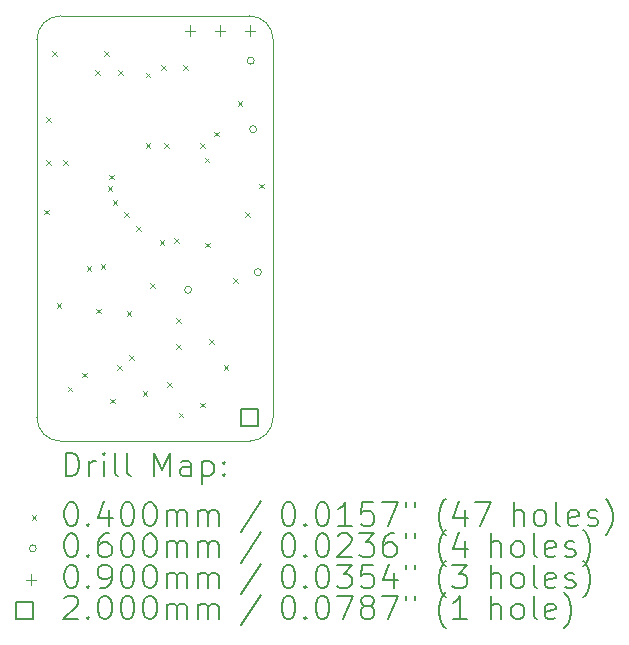
<source format=gbr>
%TF.GenerationSoftware,KiCad,Pcbnew,(7.0.0)*%
%TF.CreationDate,2024-01-17T13:13:25+01:00*%
%TF.ProjectId,LED_poi,4c45445f-706f-4692-9e6b-696361645f70,A*%
%TF.SameCoordinates,Original*%
%TF.FileFunction,Drillmap*%
%TF.FilePolarity,Positive*%
%FSLAX45Y45*%
G04 Gerber Fmt 4.5, Leading zero omitted, Abs format (unit mm)*
G04 Created by KiCad (PCBNEW (7.0.0)) date 2024-01-17 13:13:25*
%MOMM*%
%LPD*%
G01*
G04 APERTURE LIST*
%ADD10C,0.100000*%
%ADD11C,0.200000*%
%ADD12C,0.040000*%
%ADD13C,0.060000*%
%ADD14C,0.090000*%
G04 APERTURE END LIST*
D10*
X8200000Y-8000000D02*
X8200000Y-4800000D01*
X8400000Y-4600000D02*
G75*
G03*
X8200000Y-4800000I0J-200000D01*
G01*
X10200000Y-4800000D02*
G75*
G03*
X10000000Y-4600000I-200000J0D01*
G01*
X10000000Y-8200000D02*
X8400000Y-8200000D01*
X10000000Y-8200000D02*
G75*
G03*
X10200000Y-8000000I0J200000D01*
G01*
X10200000Y-4800000D02*
X10200000Y-8000000D01*
X8400000Y-4600000D02*
X10000000Y-4600000D01*
X8200000Y-8000000D02*
G75*
G03*
X8400000Y-8200000I200000J0D01*
G01*
D11*
D12*
X8260000Y-6240000D02*
X8300000Y-6280000D01*
X8300000Y-6240000D02*
X8260000Y-6280000D01*
X8280000Y-5460000D02*
X8320000Y-5500000D01*
X8320000Y-5460000D02*
X8280000Y-5500000D01*
X8280000Y-5820000D02*
X8320000Y-5860000D01*
X8320000Y-5820000D02*
X8280000Y-5860000D01*
X8330000Y-4900000D02*
X8370000Y-4940000D01*
X8370000Y-4900000D02*
X8330000Y-4940000D01*
X8367140Y-7034950D02*
X8407141Y-7074950D01*
X8407141Y-7034950D02*
X8367140Y-7074950D01*
X8420000Y-5820000D02*
X8460000Y-5860000D01*
X8460000Y-5820000D02*
X8420000Y-5860000D01*
X8460000Y-7740000D02*
X8500000Y-7780000D01*
X8500000Y-7740000D02*
X8460000Y-7780000D01*
X8580000Y-7620000D02*
X8620000Y-7660000D01*
X8620000Y-7620000D02*
X8580000Y-7660000D01*
X8620000Y-6720000D02*
X8660000Y-6760000D01*
X8660000Y-6720000D02*
X8620000Y-6760000D01*
X8695050Y-5060000D02*
X8735050Y-5100000D01*
X8735050Y-5060000D02*
X8695050Y-5100000D01*
X8700000Y-7080000D02*
X8740000Y-7120000D01*
X8740000Y-7080000D02*
X8700000Y-7120000D01*
X8740000Y-6700000D02*
X8780000Y-6740000D01*
X8780000Y-6700000D02*
X8740000Y-6740000D01*
X8769700Y-4900000D02*
X8809700Y-4940000D01*
X8809700Y-4900000D02*
X8769700Y-4940000D01*
X8799510Y-6044225D02*
X8839510Y-6084225D01*
X8839510Y-6044225D02*
X8799510Y-6084225D01*
X8811104Y-5944950D02*
X8851104Y-5984950D01*
X8851104Y-5944950D02*
X8811104Y-5984950D01*
X8820000Y-7840000D02*
X8860000Y-7880000D01*
X8860000Y-7840000D02*
X8820000Y-7880000D01*
X8840000Y-6160000D02*
X8880000Y-6200000D01*
X8880000Y-6160000D02*
X8840000Y-6200000D01*
X8880000Y-7560000D02*
X8920000Y-7600000D01*
X8920000Y-7560000D02*
X8880000Y-7600000D01*
X8884950Y-5060622D02*
X8924950Y-5100622D01*
X8924950Y-5060622D02*
X8884950Y-5100622D01*
X8940000Y-6260000D02*
X8980000Y-6300000D01*
X8980000Y-6260000D02*
X8940000Y-6300000D01*
X8960000Y-7100000D02*
X9000000Y-7140000D01*
X9000000Y-7100000D02*
X8960000Y-7140000D01*
X8980622Y-7475050D02*
X9020622Y-7515050D01*
X9020622Y-7475050D02*
X8980622Y-7515050D01*
X9040000Y-6380000D02*
X9080000Y-6420000D01*
X9080000Y-6380000D02*
X9040000Y-6420000D01*
X9095050Y-7780000D02*
X9135050Y-7820000D01*
X9135050Y-7780000D02*
X9095050Y-7820000D01*
X9120000Y-5080000D02*
X9160000Y-5120000D01*
X9160000Y-5080000D02*
X9120000Y-5120000D01*
X9120000Y-5680000D02*
X9160000Y-5720000D01*
X9160000Y-5680000D02*
X9120000Y-5720000D01*
X9160000Y-6860000D02*
X9200000Y-6900000D01*
X9200000Y-6860000D02*
X9160000Y-6900000D01*
X9240000Y-6500000D02*
X9280000Y-6540000D01*
X9280000Y-6500000D02*
X9240000Y-6540000D01*
X9250000Y-5020000D02*
X9290000Y-5060000D01*
X9290000Y-5020000D02*
X9250000Y-5060000D01*
X9280000Y-5680000D02*
X9320000Y-5720000D01*
X9320000Y-5680000D02*
X9280000Y-5720000D01*
X9300000Y-7700000D02*
X9340000Y-7740000D01*
X9340000Y-7700000D02*
X9300000Y-7740000D01*
X9360000Y-6480000D02*
X9400000Y-6520000D01*
X9400000Y-6480000D02*
X9360000Y-6520000D01*
X9380000Y-7160000D02*
X9420000Y-7200000D01*
X9420000Y-7160000D02*
X9380000Y-7200000D01*
X9380000Y-7380000D02*
X9420000Y-7420000D01*
X9420000Y-7380000D02*
X9380000Y-7420000D01*
X9400000Y-7960000D02*
X9440000Y-8000000D01*
X9440000Y-7960000D02*
X9400000Y-8000000D01*
X9440000Y-5020000D02*
X9480000Y-5060000D01*
X9480000Y-5020000D02*
X9440000Y-5060000D01*
X9580000Y-5680000D02*
X9620000Y-5720000D01*
X9620000Y-5680000D02*
X9580000Y-5720000D01*
X9580622Y-7875050D02*
X9620622Y-7915050D01*
X9620622Y-7875050D02*
X9580622Y-7915050D01*
X9620000Y-5800000D02*
X9660000Y-5840000D01*
X9660000Y-5800000D02*
X9620000Y-5840000D01*
X9624950Y-6519378D02*
X9664950Y-6559378D01*
X9664950Y-6519378D02*
X9624950Y-6559378D01*
X9660000Y-7340000D02*
X9700000Y-7380000D01*
X9700000Y-7340000D02*
X9660000Y-7380000D01*
X9700000Y-5580000D02*
X9740000Y-5620000D01*
X9740000Y-5580000D02*
X9700000Y-5620000D01*
X9780000Y-7560000D02*
X9820000Y-7600000D01*
X9820000Y-7560000D02*
X9780000Y-7600000D01*
X9860000Y-6820000D02*
X9900000Y-6860000D01*
X9900000Y-6820000D02*
X9860000Y-6860000D01*
X9900000Y-5320000D02*
X9940000Y-5360000D01*
X9940000Y-5320000D02*
X9900000Y-5360000D01*
X9960000Y-6260000D02*
X10000000Y-6300000D01*
X10000000Y-6260000D02*
X9960000Y-6300000D01*
X10080000Y-6020000D02*
X10120000Y-6060000D01*
X10120000Y-6020000D02*
X10080000Y-6060000D01*
D13*
X9510000Y-6920000D02*
G75*
G03*
X9510000Y-6920000I-30000J0D01*
G01*
X10040000Y-4980000D02*
G75*
G03*
X10040000Y-4980000I-30000J0D01*
G01*
X10060000Y-5560000D02*
G75*
G03*
X10060000Y-5560000I-30000J0D01*
G01*
X10100000Y-6770000D02*
G75*
G03*
X10100000Y-6770000I-30000J0D01*
G01*
D14*
X9496000Y-4680000D02*
X9496000Y-4770000D01*
X9451000Y-4725000D02*
X9541000Y-4725000D01*
X9750000Y-4680000D02*
X9750000Y-4770000D01*
X9705000Y-4725000D02*
X9795000Y-4725000D01*
X10004000Y-4680000D02*
X10004000Y-4770000D01*
X9959000Y-4725000D02*
X10049000Y-4725000D01*
D11*
X10070711Y-8070711D02*
X10070711Y-7929289D01*
X9929289Y-7929289D01*
X9929289Y-8070711D01*
X10070711Y-8070711D01*
X8442619Y-8498476D02*
X8442619Y-8298476D01*
X8442619Y-8298476D02*
X8490238Y-8298476D01*
X8490238Y-8298476D02*
X8518810Y-8308000D01*
X8518810Y-8308000D02*
X8537857Y-8327048D01*
X8537857Y-8327048D02*
X8547381Y-8346095D01*
X8547381Y-8346095D02*
X8556905Y-8384190D01*
X8556905Y-8384190D02*
X8556905Y-8412762D01*
X8556905Y-8412762D02*
X8547381Y-8450857D01*
X8547381Y-8450857D02*
X8537857Y-8469905D01*
X8537857Y-8469905D02*
X8518810Y-8488952D01*
X8518810Y-8488952D02*
X8490238Y-8498476D01*
X8490238Y-8498476D02*
X8442619Y-8498476D01*
X8642619Y-8498476D02*
X8642619Y-8365143D01*
X8642619Y-8403238D02*
X8652143Y-8384190D01*
X8652143Y-8384190D02*
X8661667Y-8374667D01*
X8661667Y-8374667D02*
X8680714Y-8365143D01*
X8680714Y-8365143D02*
X8699762Y-8365143D01*
X8766429Y-8498476D02*
X8766429Y-8365143D01*
X8766429Y-8298476D02*
X8756905Y-8308000D01*
X8756905Y-8308000D02*
X8766429Y-8317524D01*
X8766429Y-8317524D02*
X8775952Y-8308000D01*
X8775952Y-8308000D02*
X8766429Y-8298476D01*
X8766429Y-8298476D02*
X8766429Y-8317524D01*
X8890238Y-8498476D02*
X8871190Y-8488952D01*
X8871190Y-8488952D02*
X8861667Y-8469905D01*
X8861667Y-8469905D02*
X8861667Y-8298476D01*
X8995000Y-8498476D02*
X8975952Y-8488952D01*
X8975952Y-8488952D02*
X8966429Y-8469905D01*
X8966429Y-8469905D02*
X8966429Y-8298476D01*
X9191190Y-8498476D02*
X9191190Y-8298476D01*
X9191190Y-8298476D02*
X9257857Y-8441333D01*
X9257857Y-8441333D02*
X9324524Y-8298476D01*
X9324524Y-8298476D02*
X9324524Y-8498476D01*
X9505476Y-8498476D02*
X9505476Y-8393714D01*
X9505476Y-8393714D02*
X9495952Y-8374667D01*
X9495952Y-8374667D02*
X9476905Y-8365143D01*
X9476905Y-8365143D02*
X9438809Y-8365143D01*
X9438809Y-8365143D02*
X9419762Y-8374667D01*
X9505476Y-8488952D02*
X9486429Y-8498476D01*
X9486429Y-8498476D02*
X9438809Y-8498476D01*
X9438809Y-8498476D02*
X9419762Y-8488952D01*
X9419762Y-8488952D02*
X9410238Y-8469905D01*
X9410238Y-8469905D02*
X9410238Y-8450857D01*
X9410238Y-8450857D02*
X9419762Y-8431810D01*
X9419762Y-8431810D02*
X9438809Y-8422286D01*
X9438809Y-8422286D02*
X9486429Y-8422286D01*
X9486429Y-8422286D02*
X9505476Y-8412762D01*
X9600714Y-8365143D02*
X9600714Y-8565143D01*
X9600714Y-8374667D02*
X9619762Y-8365143D01*
X9619762Y-8365143D02*
X9657857Y-8365143D01*
X9657857Y-8365143D02*
X9676905Y-8374667D01*
X9676905Y-8374667D02*
X9686429Y-8384190D01*
X9686429Y-8384190D02*
X9695952Y-8403238D01*
X9695952Y-8403238D02*
X9695952Y-8460381D01*
X9695952Y-8460381D02*
X9686429Y-8479429D01*
X9686429Y-8479429D02*
X9676905Y-8488952D01*
X9676905Y-8488952D02*
X9657857Y-8498476D01*
X9657857Y-8498476D02*
X9619762Y-8498476D01*
X9619762Y-8498476D02*
X9600714Y-8488952D01*
X9781667Y-8479429D02*
X9791190Y-8488952D01*
X9791190Y-8488952D02*
X9781667Y-8498476D01*
X9781667Y-8498476D02*
X9772143Y-8488952D01*
X9772143Y-8488952D02*
X9781667Y-8479429D01*
X9781667Y-8479429D02*
X9781667Y-8498476D01*
X9781667Y-8374667D02*
X9791190Y-8384190D01*
X9791190Y-8384190D02*
X9781667Y-8393714D01*
X9781667Y-8393714D02*
X9772143Y-8384190D01*
X9772143Y-8384190D02*
X9781667Y-8374667D01*
X9781667Y-8374667D02*
X9781667Y-8393714D01*
D12*
X8155000Y-8825000D02*
X8195000Y-8865000D01*
X8195000Y-8825000D02*
X8155000Y-8865000D01*
D11*
X8480714Y-8718476D02*
X8499762Y-8718476D01*
X8499762Y-8718476D02*
X8518810Y-8728000D01*
X8518810Y-8728000D02*
X8528333Y-8737524D01*
X8528333Y-8737524D02*
X8537857Y-8756571D01*
X8537857Y-8756571D02*
X8547381Y-8794667D01*
X8547381Y-8794667D02*
X8547381Y-8842286D01*
X8547381Y-8842286D02*
X8537857Y-8880381D01*
X8537857Y-8880381D02*
X8528333Y-8899429D01*
X8528333Y-8899429D02*
X8518810Y-8908952D01*
X8518810Y-8908952D02*
X8499762Y-8918476D01*
X8499762Y-8918476D02*
X8480714Y-8918476D01*
X8480714Y-8918476D02*
X8461667Y-8908952D01*
X8461667Y-8908952D02*
X8452143Y-8899429D01*
X8452143Y-8899429D02*
X8442619Y-8880381D01*
X8442619Y-8880381D02*
X8433095Y-8842286D01*
X8433095Y-8842286D02*
X8433095Y-8794667D01*
X8433095Y-8794667D02*
X8442619Y-8756571D01*
X8442619Y-8756571D02*
X8452143Y-8737524D01*
X8452143Y-8737524D02*
X8461667Y-8728000D01*
X8461667Y-8728000D02*
X8480714Y-8718476D01*
X8633095Y-8899429D02*
X8642619Y-8908952D01*
X8642619Y-8908952D02*
X8633095Y-8918476D01*
X8633095Y-8918476D02*
X8623571Y-8908952D01*
X8623571Y-8908952D02*
X8633095Y-8899429D01*
X8633095Y-8899429D02*
X8633095Y-8918476D01*
X8814048Y-8785143D02*
X8814048Y-8918476D01*
X8766429Y-8708952D02*
X8718810Y-8851810D01*
X8718810Y-8851810D02*
X8842619Y-8851810D01*
X8956905Y-8718476D02*
X8975952Y-8718476D01*
X8975952Y-8718476D02*
X8995000Y-8728000D01*
X8995000Y-8728000D02*
X9004524Y-8737524D01*
X9004524Y-8737524D02*
X9014048Y-8756571D01*
X9014048Y-8756571D02*
X9023571Y-8794667D01*
X9023571Y-8794667D02*
X9023571Y-8842286D01*
X9023571Y-8842286D02*
X9014048Y-8880381D01*
X9014048Y-8880381D02*
X9004524Y-8899429D01*
X9004524Y-8899429D02*
X8995000Y-8908952D01*
X8995000Y-8908952D02*
X8975952Y-8918476D01*
X8975952Y-8918476D02*
X8956905Y-8918476D01*
X8956905Y-8918476D02*
X8937857Y-8908952D01*
X8937857Y-8908952D02*
X8928333Y-8899429D01*
X8928333Y-8899429D02*
X8918810Y-8880381D01*
X8918810Y-8880381D02*
X8909286Y-8842286D01*
X8909286Y-8842286D02*
X8909286Y-8794667D01*
X8909286Y-8794667D02*
X8918810Y-8756571D01*
X8918810Y-8756571D02*
X8928333Y-8737524D01*
X8928333Y-8737524D02*
X8937857Y-8728000D01*
X8937857Y-8728000D02*
X8956905Y-8718476D01*
X9147381Y-8718476D02*
X9166429Y-8718476D01*
X9166429Y-8718476D02*
X9185476Y-8728000D01*
X9185476Y-8728000D02*
X9195000Y-8737524D01*
X9195000Y-8737524D02*
X9204524Y-8756571D01*
X9204524Y-8756571D02*
X9214048Y-8794667D01*
X9214048Y-8794667D02*
X9214048Y-8842286D01*
X9214048Y-8842286D02*
X9204524Y-8880381D01*
X9204524Y-8880381D02*
X9195000Y-8899429D01*
X9195000Y-8899429D02*
X9185476Y-8908952D01*
X9185476Y-8908952D02*
X9166429Y-8918476D01*
X9166429Y-8918476D02*
X9147381Y-8918476D01*
X9147381Y-8918476D02*
X9128333Y-8908952D01*
X9128333Y-8908952D02*
X9118810Y-8899429D01*
X9118810Y-8899429D02*
X9109286Y-8880381D01*
X9109286Y-8880381D02*
X9099762Y-8842286D01*
X9099762Y-8842286D02*
X9099762Y-8794667D01*
X9099762Y-8794667D02*
X9109286Y-8756571D01*
X9109286Y-8756571D02*
X9118810Y-8737524D01*
X9118810Y-8737524D02*
X9128333Y-8728000D01*
X9128333Y-8728000D02*
X9147381Y-8718476D01*
X9299762Y-8918476D02*
X9299762Y-8785143D01*
X9299762Y-8804190D02*
X9309286Y-8794667D01*
X9309286Y-8794667D02*
X9328333Y-8785143D01*
X9328333Y-8785143D02*
X9356905Y-8785143D01*
X9356905Y-8785143D02*
X9375952Y-8794667D01*
X9375952Y-8794667D02*
X9385476Y-8813714D01*
X9385476Y-8813714D02*
X9385476Y-8918476D01*
X9385476Y-8813714D02*
X9395000Y-8794667D01*
X9395000Y-8794667D02*
X9414048Y-8785143D01*
X9414048Y-8785143D02*
X9442619Y-8785143D01*
X9442619Y-8785143D02*
X9461667Y-8794667D01*
X9461667Y-8794667D02*
X9471191Y-8813714D01*
X9471191Y-8813714D02*
X9471191Y-8918476D01*
X9566429Y-8918476D02*
X9566429Y-8785143D01*
X9566429Y-8804190D02*
X9575952Y-8794667D01*
X9575952Y-8794667D02*
X9595000Y-8785143D01*
X9595000Y-8785143D02*
X9623572Y-8785143D01*
X9623572Y-8785143D02*
X9642619Y-8794667D01*
X9642619Y-8794667D02*
X9652143Y-8813714D01*
X9652143Y-8813714D02*
X9652143Y-8918476D01*
X9652143Y-8813714D02*
X9661667Y-8794667D01*
X9661667Y-8794667D02*
X9680714Y-8785143D01*
X9680714Y-8785143D02*
X9709286Y-8785143D01*
X9709286Y-8785143D02*
X9728333Y-8794667D01*
X9728333Y-8794667D02*
X9737857Y-8813714D01*
X9737857Y-8813714D02*
X9737857Y-8918476D01*
X10095952Y-8708952D02*
X9924524Y-8966095D01*
X10320714Y-8718476D02*
X10339762Y-8718476D01*
X10339762Y-8718476D02*
X10358810Y-8728000D01*
X10358810Y-8728000D02*
X10368333Y-8737524D01*
X10368333Y-8737524D02*
X10377857Y-8756571D01*
X10377857Y-8756571D02*
X10387381Y-8794667D01*
X10387381Y-8794667D02*
X10387381Y-8842286D01*
X10387381Y-8842286D02*
X10377857Y-8880381D01*
X10377857Y-8880381D02*
X10368333Y-8899429D01*
X10368333Y-8899429D02*
X10358810Y-8908952D01*
X10358810Y-8908952D02*
X10339762Y-8918476D01*
X10339762Y-8918476D02*
X10320714Y-8918476D01*
X10320714Y-8918476D02*
X10301667Y-8908952D01*
X10301667Y-8908952D02*
X10292143Y-8899429D01*
X10292143Y-8899429D02*
X10282619Y-8880381D01*
X10282619Y-8880381D02*
X10273095Y-8842286D01*
X10273095Y-8842286D02*
X10273095Y-8794667D01*
X10273095Y-8794667D02*
X10282619Y-8756571D01*
X10282619Y-8756571D02*
X10292143Y-8737524D01*
X10292143Y-8737524D02*
X10301667Y-8728000D01*
X10301667Y-8728000D02*
X10320714Y-8718476D01*
X10473095Y-8899429D02*
X10482619Y-8908952D01*
X10482619Y-8908952D02*
X10473095Y-8918476D01*
X10473095Y-8918476D02*
X10463572Y-8908952D01*
X10463572Y-8908952D02*
X10473095Y-8899429D01*
X10473095Y-8899429D02*
X10473095Y-8918476D01*
X10606429Y-8718476D02*
X10625476Y-8718476D01*
X10625476Y-8718476D02*
X10644524Y-8728000D01*
X10644524Y-8728000D02*
X10654048Y-8737524D01*
X10654048Y-8737524D02*
X10663572Y-8756571D01*
X10663572Y-8756571D02*
X10673095Y-8794667D01*
X10673095Y-8794667D02*
X10673095Y-8842286D01*
X10673095Y-8842286D02*
X10663572Y-8880381D01*
X10663572Y-8880381D02*
X10654048Y-8899429D01*
X10654048Y-8899429D02*
X10644524Y-8908952D01*
X10644524Y-8908952D02*
X10625476Y-8918476D01*
X10625476Y-8918476D02*
X10606429Y-8918476D01*
X10606429Y-8918476D02*
X10587381Y-8908952D01*
X10587381Y-8908952D02*
X10577857Y-8899429D01*
X10577857Y-8899429D02*
X10568333Y-8880381D01*
X10568333Y-8880381D02*
X10558810Y-8842286D01*
X10558810Y-8842286D02*
X10558810Y-8794667D01*
X10558810Y-8794667D02*
X10568333Y-8756571D01*
X10568333Y-8756571D02*
X10577857Y-8737524D01*
X10577857Y-8737524D02*
X10587381Y-8728000D01*
X10587381Y-8728000D02*
X10606429Y-8718476D01*
X10863572Y-8918476D02*
X10749286Y-8918476D01*
X10806429Y-8918476D02*
X10806429Y-8718476D01*
X10806429Y-8718476D02*
X10787381Y-8747048D01*
X10787381Y-8747048D02*
X10768333Y-8766095D01*
X10768333Y-8766095D02*
X10749286Y-8775619D01*
X11044524Y-8718476D02*
X10949286Y-8718476D01*
X10949286Y-8718476D02*
X10939762Y-8813714D01*
X10939762Y-8813714D02*
X10949286Y-8804190D01*
X10949286Y-8804190D02*
X10968333Y-8794667D01*
X10968333Y-8794667D02*
X11015953Y-8794667D01*
X11015953Y-8794667D02*
X11035000Y-8804190D01*
X11035000Y-8804190D02*
X11044524Y-8813714D01*
X11044524Y-8813714D02*
X11054048Y-8832762D01*
X11054048Y-8832762D02*
X11054048Y-8880381D01*
X11054048Y-8880381D02*
X11044524Y-8899429D01*
X11044524Y-8899429D02*
X11035000Y-8908952D01*
X11035000Y-8908952D02*
X11015953Y-8918476D01*
X11015953Y-8918476D02*
X10968333Y-8918476D01*
X10968333Y-8918476D02*
X10949286Y-8908952D01*
X10949286Y-8908952D02*
X10939762Y-8899429D01*
X11120714Y-8718476D02*
X11254048Y-8718476D01*
X11254048Y-8718476D02*
X11168333Y-8918476D01*
X11320714Y-8718476D02*
X11320714Y-8756571D01*
X11396905Y-8718476D02*
X11396905Y-8756571D01*
X11659762Y-8994667D02*
X11650238Y-8985143D01*
X11650238Y-8985143D02*
X11631191Y-8956571D01*
X11631191Y-8956571D02*
X11621667Y-8937524D01*
X11621667Y-8937524D02*
X11612143Y-8908952D01*
X11612143Y-8908952D02*
X11602619Y-8861333D01*
X11602619Y-8861333D02*
X11602619Y-8823238D01*
X11602619Y-8823238D02*
X11612143Y-8775619D01*
X11612143Y-8775619D02*
X11621667Y-8747048D01*
X11621667Y-8747048D02*
X11631191Y-8728000D01*
X11631191Y-8728000D02*
X11650238Y-8699429D01*
X11650238Y-8699429D02*
X11659762Y-8689905D01*
X11821667Y-8785143D02*
X11821667Y-8918476D01*
X11774048Y-8708952D02*
X11726429Y-8851810D01*
X11726429Y-8851810D02*
X11850238Y-8851810D01*
X11907381Y-8718476D02*
X12040714Y-8718476D01*
X12040714Y-8718476D02*
X11955000Y-8918476D01*
X12236905Y-8918476D02*
X12236905Y-8718476D01*
X12322619Y-8918476D02*
X12322619Y-8813714D01*
X12322619Y-8813714D02*
X12313095Y-8794667D01*
X12313095Y-8794667D02*
X12294048Y-8785143D01*
X12294048Y-8785143D02*
X12265476Y-8785143D01*
X12265476Y-8785143D02*
X12246429Y-8794667D01*
X12246429Y-8794667D02*
X12236905Y-8804190D01*
X12446429Y-8918476D02*
X12427381Y-8908952D01*
X12427381Y-8908952D02*
X12417857Y-8899429D01*
X12417857Y-8899429D02*
X12408333Y-8880381D01*
X12408333Y-8880381D02*
X12408333Y-8823238D01*
X12408333Y-8823238D02*
X12417857Y-8804190D01*
X12417857Y-8804190D02*
X12427381Y-8794667D01*
X12427381Y-8794667D02*
X12446429Y-8785143D01*
X12446429Y-8785143D02*
X12475000Y-8785143D01*
X12475000Y-8785143D02*
X12494048Y-8794667D01*
X12494048Y-8794667D02*
X12503572Y-8804190D01*
X12503572Y-8804190D02*
X12513095Y-8823238D01*
X12513095Y-8823238D02*
X12513095Y-8880381D01*
X12513095Y-8880381D02*
X12503572Y-8899429D01*
X12503572Y-8899429D02*
X12494048Y-8908952D01*
X12494048Y-8908952D02*
X12475000Y-8918476D01*
X12475000Y-8918476D02*
X12446429Y-8918476D01*
X12627381Y-8918476D02*
X12608333Y-8908952D01*
X12608333Y-8908952D02*
X12598810Y-8889905D01*
X12598810Y-8889905D02*
X12598810Y-8718476D01*
X12779762Y-8908952D02*
X12760714Y-8918476D01*
X12760714Y-8918476D02*
X12722619Y-8918476D01*
X12722619Y-8918476D02*
X12703572Y-8908952D01*
X12703572Y-8908952D02*
X12694048Y-8889905D01*
X12694048Y-8889905D02*
X12694048Y-8813714D01*
X12694048Y-8813714D02*
X12703572Y-8794667D01*
X12703572Y-8794667D02*
X12722619Y-8785143D01*
X12722619Y-8785143D02*
X12760714Y-8785143D01*
X12760714Y-8785143D02*
X12779762Y-8794667D01*
X12779762Y-8794667D02*
X12789286Y-8813714D01*
X12789286Y-8813714D02*
X12789286Y-8832762D01*
X12789286Y-8832762D02*
X12694048Y-8851810D01*
X12865476Y-8908952D02*
X12884524Y-8918476D01*
X12884524Y-8918476D02*
X12922619Y-8918476D01*
X12922619Y-8918476D02*
X12941667Y-8908952D01*
X12941667Y-8908952D02*
X12951191Y-8889905D01*
X12951191Y-8889905D02*
X12951191Y-8880381D01*
X12951191Y-8880381D02*
X12941667Y-8861333D01*
X12941667Y-8861333D02*
X12922619Y-8851810D01*
X12922619Y-8851810D02*
X12894048Y-8851810D01*
X12894048Y-8851810D02*
X12875000Y-8842286D01*
X12875000Y-8842286D02*
X12865476Y-8823238D01*
X12865476Y-8823238D02*
X12865476Y-8813714D01*
X12865476Y-8813714D02*
X12875000Y-8794667D01*
X12875000Y-8794667D02*
X12894048Y-8785143D01*
X12894048Y-8785143D02*
X12922619Y-8785143D01*
X12922619Y-8785143D02*
X12941667Y-8794667D01*
X13017857Y-8994667D02*
X13027381Y-8985143D01*
X13027381Y-8985143D02*
X13046429Y-8956571D01*
X13046429Y-8956571D02*
X13055953Y-8937524D01*
X13055953Y-8937524D02*
X13065476Y-8908952D01*
X13065476Y-8908952D02*
X13075000Y-8861333D01*
X13075000Y-8861333D02*
X13075000Y-8823238D01*
X13075000Y-8823238D02*
X13065476Y-8775619D01*
X13065476Y-8775619D02*
X13055953Y-8747048D01*
X13055953Y-8747048D02*
X13046429Y-8728000D01*
X13046429Y-8728000D02*
X13027381Y-8699429D01*
X13027381Y-8699429D02*
X13017857Y-8689905D01*
D13*
X8195000Y-9109000D02*
G75*
G03*
X8195000Y-9109000I-30000J0D01*
G01*
D11*
X8480714Y-8982476D02*
X8499762Y-8982476D01*
X8499762Y-8982476D02*
X8518810Y-8992000D01*
X8518810Y-8992000D02*
X8528333Y-9001524D01*
X8528333Y-9001524D02*
X8537857Y-9020571D01*
X8537857Y-9020571D02*
X8547381Y-9058667D01*
X8547381Y-9058667D02*
X8547381Y-9106286D01*
X8547381Y-9106286D02*
X8537857Y-9144381D01*
X8537857Y-9144381D02*
X8528333Y-9163429D01*
X8528333Y-9163429D02*
X8518810Y-9172952D01*
X8518810Y-9172952D02*
X8499762Y-9182476D01*
X8499762Y-9182476D02*
X8480714Y-9182476D01*
X8480714Y-9182476D02*
X8461667Y-9172952D01*
X8461667Y-9172952D02*
X8452143Y-9163429D01*
X8452143Y-9163429D02*
X8442619Y-9144381D01*
X8442619Y-9144381D02*
X8433095Y-9106286D01*
X8433095Y-9106286D02*
X8433095Y-9058667D01*
X8433095Y-9058667D02*
X8442619Y-9020571D01*
X8442619Y-9020571D02*
X8452143Y-9001524D01*
X8452143Y-9001524D02*
X8461667Y-8992000D01*
X8461667Y-8992000D02*
X8480714Y-8982476D01*
X8633095Y-9163429D02*
X8642619Y-9172952D01*
X8642619Y-9172952D02*
X8633095Y-9182476D01*
X8633095Y-9182476D02*
X8623571Y-9172952D01*
X8623571Y-9172952D02*
X8633095Y-9163429D01*
X8633095Y-9163429D02*
X8633095Y-9182476D01*
X8814048Y-8982476D02*
X8775952Y-8982476D01*
X8775952Y-8982476D02*
X8756905Y-8992000D01*
X8756905Y-8992000D02*
X8747381Y-9001524D01*
X8747381Y-9001524D02*
X8728333Y-9030095D01*
X8728333Y-9030095D02*
X8718810Y-9068190D01*
X8718810Y-9068190D02*
X8718810Y-9144381D01*
X8718810Y-9144381D02*
X8728333Y-9163429D01*
X8728333Y-9163429D02*
X8737857Y-9172952D01*
X8737857Y-9172952D02*
X8756905Y-9182476D01*
X8756905Y-9182476D02*
X8795000Y-9182476D01*
X8795000Y-9182476D02*
X8814048Y-9172952D01*
X8814048Y-9172952D02*
X8823571Y-9163429D01*
X8823571Y-9163429D02*
X8833095Y-9144381D01*
X8833095Y-9144381D02*
X8833095Y-9096762D01*
X8833095Y-9096762D02*
X8823571Y-9077714D01*
X8823571Y-9077714D02*
X8814048Y-9068190D01*
X8814048Y-9068190D02*
X8795000Y-9058667D01*
X8795000Y-9058667D02*
X8756905Y-9058667D01*
X8756905Y-9058667D02*
X8737857Y-9068190D01*
X8737857Y-9068190D02*
X8728333Y-9077714D01*
X8728333Y-9077714D02*
X8718810Y-9096762D01*
X8956905Y-8982476D02*
X8975952Y-8982476D01*
X8975952Y-8982476D02*
X8995000Y-8992000D01*
X8995000Y-8992000D02*
X9004524Y-9001524D01*
X9004524Y-9001524D02*
X9014048Y-9020571D01*
X9014048Y-9020571D02*
X9023571Y-9058667D01*
X9023571Y-9058667D02*
X9023571Y-9106286D01*
X9023571Y-9106286D02*
X9014048Y-9144381D01*
X9014048Y-9144381D02*
X9004524Y-9163429D01*
X9004524Y-9163429D02*
X8995000Y-9172952D01*
X8995000Y-9172952D02*
X8975952Y-9182476D01*
X8975952Y-9182476D02*
X8956905Y-9182476D01*
X8956905Y-9182476D02*
X8937857Y-9172952D01*
X8937857Y-9172952D02*
X8928333Y-9163429D01*
X8928333Y-9163429D02*
X8918810Y-9144381D01*
X8918810Y-9144381D02*
X8909286Y-9106286D01*
X8909286Y-9106286D02*
X8909286Y-9058667D01*
X8909286Y-9058667D02*
X8918810Y-9020571D01*
X8918810Y-9020571D02*
X8928333Y-9001524D01*
X8928333Y-9001524D02*
X8937857Y-8992000D01*
X8937857Y-8992000D02*
X8956905Y-8982476D01*
X9147381Y-8982476D02*
X9166429Y-8982476D01*
X9166429Y-8982476D02*
X9185476Y-8992000D01*
X9185476Y-8992000D02*
X9195000Y-9001524D01*
X9195000Y-9001524D02*
X9204524Y-9020571D01*
X9204524Y-9020571D02*
X9214048Y-9058667D01*
X9214048Y-9058667D02*
X9214048Y-9106286D01*
X9214048Y-9106286D02*
X9204524Y-9144381D01*
X9204524Y-9144381D02*
X9195000Y-9163429D01*
X9195000Y-9163429D02*
X9185476Y-9172952D01*
X9185476Y-9172952D02*
X9166429Y-9182476D01*
X9166429Y-9182476D02*
X9147381Y-9182476D01*
X9147381Y-9182476D02*
X9128333Y-9172952D01*
X9128333Y-9172952D02*
X9118810Y-9163429D01*
X9118810Y-9163429D02*
X9109286Y-9144381D01*
X9109286Y-9144381D02*
X9099762Y-9106286D01*
X9099762Y-9106286D02*
X9099762Y-9058667D01*
X9099762Y-9058667D02*
X9109286Y-9020571D01*
X9109286Y-9020571D02*
X9118810Y-9001524D01*
X9118810Y-9001524D02*
X9128333Y-8992000D01*
X9128333Y-8992000D02*
X9147381Y-8982476D01*
X9299762Y-9182476D02*
X9299762Y-9049143D01*
X9299762Y-9068190D02*
X9309286Y-9058667D01*
X9309286Y-9058667D02*
X9328333Y-9049143D01*
X9328333Y-9049143D02*
X9356905Y-9049143D01*
X9356905Y-9049143D02*
X9375952Y-9058667D01*
X9375952Y-9058667D02*
X9385476Y-9077714D01*
X9385476Y-9077714D02*
X9385476Y-9182476D01*
X9385476Y-9077714D02*
X9395000Y-9058667D01*
X9395000Y-9058667D02*
X9414048Y-9049143D01*
X9414048Y-9049143D02*
X9442619Y-9049143D01*
X9442619Y-9049143D02*
X9461667Y-9058667D01*
X9461667Y-9058667D02*
X9471191Y-9077714D01*
X9471191Y-9077714D02*
X9471191Y-9182476D01*
X9566429Y-9182476D02*
X9566429Y-9049143D01*
X9566429Y-9068190D02*
X9575952Y-9058667D01*
X9575952Y-9058667D02*
X9595000Y-9049143D01*
X9595000Y-9049143D02*
X9623572Y-9049143D01*
X9623572Y-9049143D02*
X9642619Y-9058667D01*
X9642619Y-9058667D02*
X9652143Y-9077714D01*
X9652143Y-9077714D02*
X9652143Y-9182476D01*
X9652143Y-9077714D02*
X9661667Y-9058667D01*
X9661667Y-9058667D02*
X9680714Y-9049143D01*
X9680714Y-9049143D02*
X9709286Y-9049143D01*
X9709286Y-9049143D02*
X9728333Y-9058667D01*
X9728333Y-9058667D02*
X9737857Y-9077714D01*
X9737857Y-9077714D02*
X9737857Y-9182476D01*
X10095952Y-8972952D02*
X9924524Y-9230095D01*
X10320714Y-8982476D02*
X10339762Y-8982476D01*
X10339762Y-8982476D02*
X10358810Y-8992000D01*
X10358810Y-8992000D02*
X10368333Y-9001524D01*
X10368333Y-9001524D02*
X10377857Y-9020571D01*
X10377857Y-9020571D02*
X10387381Y-9058667D01*
X10387381Y-9058667D02*
X10387381Y-9106286D01*
X10387381Y-9106286D02*
X10377857Y-9144381D01*
X10377857Y-9144381D02*
X10368333Y-9163429D01*
X10368333Y-9163429D02*
X10358810Y-9172952D01*
X10358810Y-9172952D02*
X10339762Y-9182476D01*
X10339762Y-9182476D02*
X10320714Y-9182476D01*
X10320714Y-9182476D02*
X10301667Y-9172952D01*
X10301667Y-9172952D02*
X10292143Y-9163429D01*
X10292143Y-9163429D02*
X10282619Y-9144381D01*
X10282619Y-9144381D02*
X10273095Y-9106286D01*
X10273095Y-9106286D02*
X10273095Y-9058667D01*
X10273095Y-9058667D02*
X10282619Y-9020571D01*
X10282619Y-9020571D02*
X10292143Y-9001524D01*
X10292143Y-9001524D02*
X10301667Y-8992000D01*
X10301667Y-8992000D02*
X10320714Y-8982476D01*
X10473095Y-9163429D02*
X10482619Y-9172952D01*
X10482619Y-9172952D02*
X10473095Y-9182476D01*
X10473095Y-9182476D02*
X10463572Y-9172952D01*
X10463572Y-9172952D02*
X10473095Y-9163429D01*
X10473095Y-9163429D02*
X10473095Y-9182476D01*
X10606429Y-8982476D02*
X10625476Y-8982476D01*
X10625476Y-8982476D02*
X10644524Y-8992000D01*
X10644524Y-8992000D02*
X10654048Y-9001524D01*
X10654048Y-9001524D02*
X10663572Y-9020571D01*
X10663572Y-9020571D02*
X10673095Y-9058667D01*
X10673095Y-9058667D02*
X10673095Y-9106286D01*
X10673095Y-9106286D02*
X10663572Y-9144381D01*
X10663572Y-9144381D02*
X10654048Y-9163429D01*
X10654048Y-9163429D02*
X10644524Y-9172952D01*
X10644524Y-9172952D02*
X10625476Y-9182476D01*
X10625476Y-9182476D02*
X10606429Y-9182476D01*
X10606429Y-9182476D02*
X10587381Y-9172952D01*
X10587381Y-9172952D02*
X10577857Y-9163429D01*
X10577857Y-9163429D02*
X10568333Y-9144381D01*
X10568333Y-9144381D02*
X10558810Y-9106286D01*
X10558810Y-9106286D02*
X10558810Y-9058667D01*
X10558810Y-9058667D02*
X10568333Y-9020571D01*
X10568333Y-9020571D02*
X10577857Y-9001524D01*
X10577857Y-9001524D02*
X10587381Y-8992000D01*
X10587381Y-8992000D02*
X10606429Y-8982476D01*
X10749286Y-9001524D02*
X10758810Y-8992000D01*
X10758810Y-8992000D02*
X10777857Y-8982476D01*
X10777857Y-8982476D02*
X10825476Y-8982476D01*
X10825476Y-8982476D02*
X10844524Y-8992000D01*
X10844524Y-8992000D02*
X10854048Y-9001524D01*
X10854048Y-9001524D02*
X10863572Y-9020571D01*
X10863572Y-9020571D02*
X10863572Y-9039619D01*
X10863572Y-9039619D02*
X10854048Y-9068190D01*
X10854048Y-9068190D02*
X10739762Y-9182476D01*
X10739762Y-9182476D02*
X10863572Y-9182476D01*
X10930238Y-8982476D02*
X11054048Y-8982476D01*
X11054048Y-8982476D02*
X10987381Y-9058667D01*
X10987381Y-9058667D02*
X11015953Y-9058667D01*
X11015953Y-9058667D02*
X11035000Y-9068190D01*
X11035000Y-9068190D02*
X11044524Y-9077714D01*
X11044524Y-9077714D02*
X11054048Y-9096762D01*
X11054048Y-9096762D02*
X11054048Y-9144381D01*
X11054048Y-9144381D02*
X11044524Y-9163429D01*
X11044524Y-9163429D02*
X11035000Y-9172952D01*
X11035000Y-9172952D02*
X11015953Y-9182476D01*
X11015953Y-9182476D02*
X10958810Y-9182476D01*
X10958810Y-9182476D02*
X10939762Y-9172952D01*
X10939762Y-9172952D02*
X10930238Y-9163429D01*
X11225476Y-8982476D02*
X11187381Y-8982476D01*
X11187381Y-8982476D02*
X11168333Y-8992000D01*
X11168333Y-8992000D02*
X11158810Y-9001524D01*
X11158810Y-9001524D02*
X11139762Y-9030095D01*
X11139762Y-9030095D02*
X11130238Y-9068190D01*
X11130238Y-9068190D02*
X11130238Y-9144381D01*
X11130238Y-9144381D02*
X11139762Y-9163429D01*
X11139762Y-9163429D02*
X11149286Y-9172952D01*
X11149286Y-9172952D02*
X11168333Y-9182476D01*
X11168333Y-9182476D02*
X11206429Y-9182476D01*
X11206429Y-9182476D02*
X11225476Y-9172952D01*
X11225476Y-9172952D02*
X11235000Y-9163429D01*
X11235000Y-9163429D02*
X11244524Y-9144381D01*
X11244524Y-9144381D02*
X11244524Y-9096762D01*
X11244524Y-9096762D02*
X11235000Y-9077714D01*
X11235000Y-9077714D02*
X11225476Y-9068190D01*
X11225476Y-9068190D02*
X11206429Y-9058667D01*
X11206429Y-9058667D02*
X11168333Y-9058667D01*
X11168333Y-9058667D02*
X11149286Y-9068190D01*
X11149286Y-9068190D02*
X11139762Y-9077714D01*
X11139762Y-9077714D02*
X11130238Y-9096762D01*
X11320714Y-8982476D02*
X11320714Y-9020571D01*
X11396905Y-8982476D02*
X11396905Y-9020571D01*
X11659762Y-9258667D02*
X11650238Y-9249143D01*
X11650238Y-9249143D02*
X11631191Y-9220571D01*
X11631191Y-9220571D02*
X11621667Y-9201524D01*
X11621667Y-9201524D02*
X11612143Y-9172952D01*
X11612143Y-9172952D02*
X11602619Y-9125333D01*
X11602619Y-9125333D02*
X11602619Y-9087238D01*
X11602619Y-9087238D02*
X11612143Y-9039619D01*
X11612143Y-9039619D02*
X11621667Y-9011048D01*
X11621667Y-9011048D02*
X11631191Y-8992000D01*
X11631191Y-8992000D02*
X11650238Y-8963429D01*
X11650238Y-8963429D02*
X11659762Y-8953905D01*
X11821667Y-9049143D02*
X11821667Y-9182476D01*
X11774048Y-8972952D02*
X11726429Y-9115810D01*
X11726429Y-9115810D02*
X11850238Y-9115810D01*
X12046429Y-9182476D02*
X12046429Y-8982476D01*
X12132143Y-9182476D02*
X12132143Y-9077714D01*
X12132143Y-9077714D02*
X12122619Y-9058667D01*
X12122619Y-9058667D02*
X12103572Y-9049143D01*
X12103572Y-9049143D02*
X12075000Y-9049143D01*
X12075000Y-9049143D02*
X12055952Y-9058667D01*
X12055952Y-9058667D02*
X12046429Y-9068190D01*
X12255952Y-9182476D02*
X12236905Y-9172952D01*
X12236905Y-9172952D02*
X12227381Y-9163429D01*
X12227381Y-9163429D02*
X12217857Y-9144381D01*
X12217857Y-9144381D02*
X12217857Y-9087238D01*
X12217857Y-9087238D02*
X12227381Y-9068190D01*
X12227381Y-9068190D02*
X12236905Y-9058667D01*
X12236905Y-9058667D02*
X12255952Y-9049143D01*
X12255952Y-9049143D02*
X12284524Y-9049143D01*
X12284524Y-9049143D02*
X12303572Y-9058667D01*
X12303572Y-9058667D02*
X12313095Y-9068190D01*
X12313095Y-9068190D02*
X12322619Y-9087238D01*
X12322619Y-9087238D02*
X12322619Y-9144381D01*
X12322619Y-9144381D02*
X12313095Y-9163429D01*
X12313095Y-9163429D02*
X12303572Y-9172952D01*
X12303572Y-9172952D02*
X12284524Y-9182476D01*
X12284524Y-9182476D02*
X12255952Y-9182476D01*
X12436905Y-9182476D02*
X12417857Y-9172952D01*
X12417857Y-9172952D02*
X12408333Y-9153905D01*
X12408333Y-9153905D02*
X12408333Y-8982476D01*
X12589286Y-9172952D02*
X12570238Y-9182476D01*
X12570238Y-9182476D02*
X12532143Y-9182476D01*
X12532143Y-9182476D02*
X12513095Y-9172952D01*
X12513095Y-9172952D02*
X12503572Y-9153905D01*
X12503572Y-9153905D02*
X12503572Y-9077714D01*
X12503572Y-9077714D02*
X12513095Y-9058667D01*
X12513095Y-9058667D02*
X12532143Y-9049143D01*
X12532143Y-9049143D02*
X12570238Y-9049143D01*
X12570238Y-9049143D02*
X12589286Y-9058667D01*
X12589286Y-9058667D02*
X12598810Y-9077714D01*
X12598810Y-9077714D02*
X12598810Y-9096762D01*
X12598810Y-9096762D02*
X12503572Y-9115810D01*
X12675000Y-9172952D02*
X12694048Y-9182476D01*
X12694048Y-9182476D02*
X12732143Y-9182476D01*
X12732143Y-9182476D02*
X12751191Y-9172952D01*
X12751191Y-9172952D02*
X12760714Y-9153905D01*
X12760714Y-9153905D02*
X12760714Y-9144381D01*
X12760714Y-9144381D02*
X12751191Y-9125333D01*
X12751191Y-9125333D02*
X12732143Y-9115810D01*
X12732143Y-9115810D02*
X12703572Y-9115810D01*
X12703572Y-9115810D02*
X12684524Y-9106286D01*
X12684524Y-9106286D02*
X12675000Y-9087238D01*
X12675000Y-9087238D02*
X12675000Y-9077714D01*
X12675000Y-9077714D02*
X12684524Y-9058667D01*
X12684524Y-9058667D02*
X12703572Y-9049143D01*
X12703572Y-9049143D02*
X12732143Y-9049143D01*
X12732143Y-9049143D02*
X12751191Y-9058667D01*
X12827381Y-9258667D02*
X12836905Y-9249143D01*
X12836905Y-9249143D02*
X12855953Y-9220571D01*
X12855953Y-9220571D02*
X12865476Y-9201524D01*
X12865476Y-9201524D02*
X12875000Y-9172952D01*
X12875000Y-9172952D02*
X12884524Y-9125333D01*
X12884524Y-9125333D02*
X12884524Y-9087238D01*
X12884524Y-9087238D02*
X12875000Y-9039619D01*
X12875000Y-9039619D02*
X12865476Y-9011048D01*
X12865476Y-9011048D02*
X12855953Y-8992000D01*
X12855953Y-8992000D02*
X12836905Y-8963429D01*
X12836905Y-8963429D02*
X12827381Y-8953905D01*
D14*
X8150000Y-9328000D02*
X8150000Y-9418000D01*
X8105000Y-9373000D02*
X8195000Y-9373000D01*
D11*
X8480714Y-9246476D02*
X8499762Y-9246476D01*
X8499762Y-9246476D02*
X8518810Y-9256000D01*
X8518810Y-9256000D02*
X8528333Y-9265524D01*
X8528333Y-9265524D02*
X8537857Y-9284571D01*
X8537857Y-9284571D02*
X8547381Y-9322667D01*
X8547381Y-9322667D02*
X8547381Y-9370286D01*
X8547381Y-9370286D02*
X8537857Y-9408381D01*
X8537857Y-9408381D02*
X8528333Y-9427429D01*
X8528333Y-9427429D02*
X8518810Y-9436952D01*
X8518810Y-9436952D02*
X8499762Y-9446476D01*
X8499762Y-9446476D02*
X8480714Y-9446476D01*
X8480714Y-9446476D02*
X8461667Y-9436952D01*
X8461667Y-9436952D02*
X8452143Y-9427429D01*
X8452143Y-9427429D02*
X8442619Y-9408381D01*
X8442619Y-9408381D02*
X8433095Y-9370286D01*
X8433095Y-9370286D02*
X8433095Y-9322667D01*
X8433095Y-9322667D02*
X8442619Y-9284571D01*
X8442619Y-9284571D02*
X8452143Y-9265524D01*
X8452143Y-9265524D02*
X8461667Y-9256000D01*
X8461667Y-9256000D02*
X8480714Y-9246476D01*
X8633095Y-9427429D02*
X8642619Y-9436952D01*
X8642619Y-9436952D02*
X8633095Y-9446476D01*
X8633095Y-9446476D02*
X8623571Y-9436952D01*
X8623571Y-9436952D02*
X8633095Y-9427429D01*
X8633095Y-9427429D02*
X8633095Y-9446476D01*
X8737857Y-9446476D02*
X8775952Y-9446476D01*
X8775952Y-9446476D02*
X8795000Y-9436952D01*
X8795000Y-9436952D02*
X8804524Y-9427429D01*
X8804524Y-9427429D02*
X8823571Y-9398857D01*
X8823571Y-9398857D02*
X8833095Y-9360762D01*
X8833095Y-9360762D02*
X8833095Y-9284571D01*
X8833095Y-9284571D02*
X8823571Y-9265524D01*
X8823571Y-9265524D02*
X8814048Y-9256000D01*
X8814048Y-9256000D02*
X8795000Y-9246476D01*
X8795000Y-9246476D02*
X8756905Y-9246476D01*
X8756905Y-9246476D02*
X8737857Y-9256000D01*
X8737857Y-9256000D02*
X8728333Y-9265524D01*
X8728333Y-9265524D02*
X8718810Y-9284571D01*
X8718810Y-9284571D02*
X8718810Y-9332190D01*
X8718810Y-9332190D02*
X8728333Y-9351238D01*
X8728333Y-9351238D02*
X8737857Y-9360762D01*
X8737857Y-9360762D02*
X8756905Y-9370286D01*
X8756905Y-9370286D02*
X8795000Y-9370286D01*
X8795000Y-9370286D02*
X8814048Y-9360762D01*
X8814048Y-9360762D02*
X8823571Y-9351238D01*
X8823571Y-9351238D02*
X8833095Y-9332190D01*
X8956905Y-9246476D02*
X8975952Y-9246476D01*
X8975952Y-9246476D02*
X8995000Y-9256000D01*
X8995000Y-9256000D02*
X9004524Y-9265524D01*
X9004524Y-9265524D02*
X9014048Y-9284571D01*
X9014048Y-9284571D02*
X9023571Y-9322667D01*
X9023571Y-9322667D02*
X9023571Y-9370286D01*
X9023571Y-9370286D02*
X9014048Y-9408381D01*
X9014048Y-9408381D02*
X9004524Y-9427429D01*
X9004524Y-9427429D02*
X8995000Y-9436952D01*
X8995000Y-9436952D02*
X8975952Y-9446476D01*
X8975952Y-9446476D02*
X8956905Y-9446476D01*
X8956905Y-9446476D02*
X8937857Y-9436952D01*
X8937857Y-9436952D02*
X8928333Y-9427429D01*
X8928333Y-9427429D02*
X8918810Y-9408381D01*
X8918810Y-9408381D02*
X8909286Y-9370286D01*
X8909286Y-9370286D02*
X8909286Y-9322667D01*
X8909286Y-9322667D02*
X8918810Y-9284571D01*
X8918810Y-9284571D02*
X8928333Y-9265524D01*
X8928333Y-9265524D02*
X8937857Y-9256000D01*
X8937857Y-9256000D02*
X8956905Y-9246476D01*
X9147381Y-9246476D02*
X9166429Y-9246476D01*
X9166429Y-9246476D02*
X9185476Y-9256000D01*
X9185476Y-9256000D02*
X9195000Y-9265524D01*
X9195000Y-9265524D02*
X9204524Y-9284571D01*
X9204524Y-9284571D02*
X9214048Y-9322667D01*
X9214048Y-9322667D02*
X9214048Y-9370286D01*
X9214048Y-9370286D02*
X9204524Y-9408381D01*
X9204524Y-9408381D02*
X9195000Y-9427429D01*
X9195000Y-9427429D02*
X9185476Y-9436952D01*
X9185476Y-9436952D02*
X9166429Y-9446476D01*
X9166429Y-9446476D02*
X9147381Y-9446476D01*
X9147381Y-9446476D02*
X9128333Y-9436952D01*
X9128333Y-9436952D02*
X9118810Y-9427429D01*
X9118810Y-9427429D02*
X9109286Y-9408381D01*
X9109286Y-9408381D02*
X9099762Y-9370286D01*
X9099762Y-9370286D02*
X9099762Y-9322667D01*
X9099762Y-9322667D02*
X9109286Y-9284571D01*
X9109286Y-9284571D02*
X9118810Y-9265524D01*
X9118810Y-9265524D02*
X9128333Y-9256000D01*
X9128333Y-9256000D02*
X9147381Y-9246476D01*
X9299762Y-9446476D02*
X9299762Y-9313143D01*
X9299762Y-9332190D02*
X9309286Y-9322667D01*
X9309286Y-9322667D02*
X9328333Y-9313143D01*
X9328333Y-9313143D02*
X9356905Y-9313143D01*
X9356905Y-9313143D02*
X9375952Y-9322667D01*
X9375952Y-9322667D02*
X9385476Y-9341714D01*
X9385476Y-9341714D02*
X9385476Y-9446476D01*
X9385476Y-9341714D02*
X9395000Y-9322667D01*
X9395000Y-9322667D02*
X9414048Y-9313143D01*
X9414048Y-9313143D02*
X9442619Y-9313143D01*
X9442619Y-9313143D02*
X9461667Y-9322667D01*
X9461667Y-9322667D02*
X9471191Y-9341714D01*
X9471191Y-9341714D02*
X9471191Y-9446476D01*
X9566429Y-9446476D02*
X9566429Y-9313143D01*
X9566429Y-9332190D02*
X9575952Y-9322667D01*
X9575952Y-9322667D02*
X9595000Y-9313143D01*
X9595000Y-9313143D02*
X9623572Y-9313143D01*
X9623572Y-9313143D02*
X9642619Y-9322667D01*
X9642619Y-9322667D02*
X9652143Y-9341714D01*
X9652143Y-9341714D02*
X9652143Y-9446476D01*
X9652143Y-9341714D02*
X9661667Y-9322667D01*
X9661667Y-9322667D02*
X9680714Y-9313143D01*
X9680714Y-9313143D02*
X9709286Y-9313143D01*
X9709286Y-9313143D02*
X9728333Y-9322667D01*
X9728333Y-9322667D02*
X9737857Y-9341714D01*
X9737857Y-9341714D02*
X9737857Y-9446476D01*
X10095952Y-9236952D02*
X9924524Y-9494095D01*
X10320714Y-9246476D02*
X10339762Y-9246476D01*
X10339762Y-9246476D02*
X10358810Y-9256000D01*
X10358810Y-9256000D02*
X10368333Y-9265524D01*
X10368333Y-9265524D02*
X10377857Y-9284571D01*
X10377857Y-9284571D02*
X10387381Y-9322667D01*
X10387381Y-9322667D02*
X10387381Y-9370286D01*
X10387381Y-9370286D02*
X10377857Y-9408381D01*
X10377857Y-9408381D02*
X10368333Y-9427429D01*
X10368333Y-9427429D02*
X10358810Y-9436952D01*
X10358810Y-9436952D02*
X10339762Y-9446476D01*
X10339762Y-9446476D02*
X10320714Y-9446476D01*
X10320714Y-9446476D02*
X10301667Y-9436952D01*
X10301667Y-9436952D02*
X10292143Y-9427429D01*
X10292143Y-9427429D02*
X10282619Y-9408381D01*
X10282619Y-9408381D02*
X10273095Y-9370286D01*
X10273095Y-9370286D02*
X10273095Y-9322667D01*
X10273095Y-9322667D02*
X10282619Y-9284571D01*
X10282619Y-9284571D02*
X10292143Y-9265524D01*
X10292143Y-9265524D02*
X10301667Y-9256000D01*
X10301667Y-9256000D02*
X10320714Y-9246476D01*
X10473095Y-9427429D02*
X10482619Y-9436952D01*
X10482619Y-9436952D02*
X10473095Y-9446476D01*
X10473095Y-9446476D02*
X10463572Y-9436952D01*
X10463572Y-9436952D02*
X10473095Y-9427429D01*
X10473095Y-9427429D02*
X10473095Y-9446476D01*
X10606429Y-9246476D02*
X10625476Y-9246476D01*
X10625476Y-9246476D02*
X10644524Y-9256000D01*
X10644524Y-9256000D02*
X10654048Y-9265524D01*
X10654048Y-9265524D02*
X10663572Y-9284571D01*
X10663572Y-9284571D02*
X10673095Y-9322667D01*
X10673095Y-9322667D02*
X10673095Y-9370286D01*
X10673095Y-9370286D02*
X10663572Y-9408381D01*
X10663572Y-9408381D02*
X10654048Y-9427429D01*
X10654048Y-9427429D02*
X10644524Y-9436952D01*
X10644524Y-9436952D02*
X10625476Y-9446476D01*
X10625476Y-9446476D02*
X10606429Y-9446476D01*
X10606429Y-9446476D02*
X10587381Y-9436952D01*
X10587381Y-9436952D02*
X10577857Y-9427429D01*
X10577857Y-9427429D02*
X10568333Y-9408381D01*
X10568333Y-9408381D02*
X10558810Y-9370286D01*
X10558810Y-9370286D02*
X10558810Y-9322667D01*
X10558810Y-9322667D02*
X10568333Y-9284571D01*
X10568333Y-9284571D02*
X10577857Y-9265524D01*
X10577857Y-9265524D02*
X10587381Y-9256000D01*
X10587381Y-9256000D02*
X10606429Y-9246476D01*
X10739762Y-9246476D02*
X10863572Y-9246476D01*
X10863572Y-9246476D02*
X10796905Y-9322667D01*
X10796905Y-9322667D02*
X10825476Y-9322667D01*
X10825476Y-9322667D02*
X10844524Y-9332190D01*
X10844524Y-9332190D02*
X10854048Y-9341714D01*
X10854048Y-9341714D02*
X10863572Y-9360762D01*
X10863572Y-9360762D02*
X10863572Y-9408381D01*
X10863572Y-9408381D02*
X10854048Y-9427429D01*
X10854048Y-9427429D02*
X10844524Y-9436952D01*
X10844524Y-9436952D02*
X10825476Y-9446476D01*
X10825476Y-9446476D02*
X10768333Y-9446476D01*
X10768333Y-9446476D02*
X10749286Y-9436952D01*
X10749286Y-9436952D02*
X10739762Y-9427429D01*
X11044524Y-9246476D02*
X10949286Y-9246476D01*
X10949286Y-9246476D02*
X10939762Y-9341714D01*
X10939762Y-9341714D02*
X10949286Y-9332190D01*
X10949286Y-9332190D02*
X10968333Y-9322667D01*
X10968333Y-9322667D02*
X11015953Y-9322667D01*
X11015953Y-9322667D02*
X11035000Y-9332190D01*
X11035000Y-9332190D02*
X11044524Y-9341714D01*
X11044524Y-9341714D02*
X11054048Y-9360762D01*
X11054048Y-9360762D02*
X11054048Y-9408381D01*
X11054048Y-9408381D02*
X11044524Y-9427429D01*
X11044524Y-9427429D02*
X11035000Y-9436952D01*
X11035000Y-9436952D02*
X11015953Y-9446476D01*
X11015953Y-9446476D02*
X10968333Y-9446476D01*
X10968333Y-9446476D02*
X10949286Y-9436952D01*
X10949286Y-9436952D02*
X10939762Y-9427429D01*
X11225476Y-9313143D02*
X11225476Y-9446476D01*
X11177857Y-9236952D02*
X11130238Y-9379810D01*
X11130238Y-9379810D02*
X11254048Y-9379810D01*
X11320714Y-9246476D02*
X11320714Y-9284571D01*
X11396905Y-9246476D02*
X11396905Y-9284571D01*
X11659762Y-9522667D02*
X11650238Y-9513143D01*
X11650238Y-9513143D02*
X11631191Y-9484571D01*
X11631191Y-9484571D02*
X11621667Y-9465524D01*
X11621667Y-9465524D02*
X11612143Y-9436952D01*
X11612143Y-9436952D02*
X11602619Y-9389333D01*
X11602619Y-9389333D02*
X11602619Y-9351238D01*
X11602619Y-9351238D02*
X11612143Y-9303619D01*
X11612143Y-9303619D02*
X11621667Y-9275048D01*
X11621667Y-9275048D02*
X11631191Y-9256000D01*
X11631191Y-9256000D02*
X11650238Y-9227429D01*
X11650238Y-9227429D02*
X11659762Y-9217905D01*
X11716905Y-9246476D02*
X11840714Y-9246476D01*
X11840714Y-9246476D02*
X11774048Y-9322667D01*
X11774048Y-9322667D02*
X11802619Y-9322667D01*
X11802619Y-9322667D02*
X11821667Y-9332190D01*
X11821667Y-9332190D02*
X11831191Y-9341714D01*
X11831191Y-9341714D02*
X11840714Y-9360762D01*
X11840714Y-9360762D02*
X11840714Y-9408381D01*
X11840714Y-9408381D02*
X11831191Y-9427429D01*
X11831191Y-9427429D02*
X11821667Y-9436952D01*
X11821667Y-9436952D02*
X11802619Y-9446476D01*
X11802619Y-9446476D02*
X11745476Y-9446476D01*
X11745476Y-9446476D02*
X11726429Y-9436952D01*
X11726429Y-9436952D02*
X11716905Y-9427429D01*
X12046429Y-9446476D02*
X12046429Y-9246476D01*
X12132143Y-9446476D02*
X12132143Y-9341714D01*
X12132143Y-9341714D02*
X12122619Y-9322667D01*
X12122619Y-9322667D02*
X12103572Y-9313143D01*
X12103572Y-9313143D02*
X12075000Y-9313143D01*
X12075000Y-9313143D02*
X12055952Y-9322667D01*
X12055952Y-9322667D02*
X12046429Y-9332190D01*
X12255952Y-9446476D02*
X12236905Y-9436952D01*
X12236905Y-9436952D02*
X12227381Y-9427429D01*
X12227381Y-9427429D02*
X12217857Y-9408381D01*
X12217857Y-9408381D02*
X12217857Y-9351238D01*
X12217857Y-9351238D02*
X12227381Y-9332190D01*
X12227381Y-9332190D02*
X12236905Y-9322667D01*
X12236905Y-9322667D02*
X12255952Y-9313143D01*
X12255952Y-9313143D02*
X12284524Y-9313143D01*
X12284524Y-9313143D02*
X12303572Y-9322667D01*
X12303572Y-9322667D02*
X12313095Y-9332190D01*
X12313095Y-9332190D02*
X12322619Y-9351238D01*
X12322619Y-9351238D02*
X12322619Y-9408381D01*
X12322619Y-9408381D02*
X12313095Y-9427429D01*
X12313095Y-9427429D02*
X12303572Y-9436952D01*
X12303572Y-9436952D02*
X12284524Y-9446476D01*
X12284524Y-9446476D02*
X12255952Y-9446476D01*
X12436905Y-9446476D02*
X12417857Y-9436952D01*
X12417857Y-9436952D02*
X12408333Y-9417905D01*
X12408333Y-9417905D02*
X12408333Y-9246476D01*
X12589286Y-9436952D02*
X12570238Y-9446476D01*
X12570238Y-9446476D02*
X12532143Y-9446476D01*
X12532143Y-9446476D02*
X12513095Y-9436952D01*
X12513095Y-9436952D02*
X12503572Y-9417905D01*
X12503572Y-9417905D02*
X12503572Y-9341714D01*
X12503572Y-9341714D02*
X12513095Y-9322667D01*
X12513095Y-9322667D02*
X12532143Y-9313143D01*
X12532143Y-9313143D02*
X12570238Y-9313143D01*
X12570238Y-9313143D02*
X12589286Y-9322667D01*
X12589286Y-9322667D02*
X12598810Y-9341714D01*
X12598810Y-9341714D02*
X12598810Y-9360762D01*
X12598810Y-9360762D02*
X12503572Y-9379810D01*
X12675000Y-9436952D02*
X12694048Y-9446476D01*
X12694048Y-9446476D02*
X12732143Y-9446476D01*
X12732143Y-9446476D02*
X12751191Y-9436952D01*
X12751191Y-9436952D02*
X12760714Y-9417905D01*
X12760714Y-9417905D02*
X12760714Y-9408381D01*
X12760714Y-9408381D02*
X12751191Y-9389333D01*
X12751191Y-9389333D02*
X12732143Y-9379810D01*
X12732143Y-9379810D02*
X12703572Y-9379810D01*
X12703572Y-9379810D02*
X12684524Y-9370286D01*
X12684524Y-9370286D02*
X12675000Y-9351238D01*
X12675000Y-9351238D02*
X12675000Y-9341714D01*
X12675000Y-9341714D02*
X12684524Y-9322667D01*
X12684524Y-9322667D02*
X12703572Y-9313143D01*
X12703572Y-9313143D02*
X12732143Y-9313143D01*
X12732143Y-9313143D02*
X12751191Y-9322667D01*
X12827381Y-9522667D02*
X12836905Y-9513143D01*
X12836905Y-9513143D02*
X12855953Y-9484571D01*
X12855953Y-9484571D02*
X12865476Y-9465524D01*
X12865476Y-9465524D02*
X12875000Y-9436952D01*
X12875000Y-9436952D02*
X12884524Y-9389333D01*
X12884524Y-9389333D02*
X12884524Y-9351238D01*
X12884524Y-9351238D02*
X12875000Y-9303619D01*
X12875000Y-9303619D02*
X12865476Y-9275048D01*
X12865476Y-9275048D02*
X12855953Y-9256000D01*
X12855953Y-9256000D02*
X12836905Y-9227429D01*
X12836905Y-9227429D02*
X12827381Y-9217905D01*
X8165711Y-9707711D02*
X8165711Y-9566289D01*
X8024289Y-9566289D01*
X8024289Y-9707711D01*
X8165711Y-9707711D01*
X8433095Y-9529524D02*
X8442619Y-9520000D01*
X8442619Y-9520000D02*
X8461667Y-9510476D01*
X8461667Y-9510476D02*
X8509286Y-9510476D01*
X8509286Y-9510476D02*
X8528333Y-9520000D01*
X8528333Y-9520000D02*
X8537857Y-9529524D01*
X8537857Y-9529524D02*
X8547381Y-9548571D01*
X8547381Y-9548571D02*
X8547381Y-9567619D01*
X8547381Y-9567619D02*
X8537857Y-9596190D01*
X8537857Y-9596190D02*
X8423571Y-9710476D01*
X8423571Y-9710476D02*
X8547381Y-9710476D01*
X8633095Y-9691429D02*
X8642619Y-9700952D01*
X8642619Y-9700952D02*
X8633095Y-9710476D01*
X8633095Y-9710476D02*
X8623571Y-9700952D01*
X8623571Y-9700952D02*
X8633095Y-9691429D01*
X8633095Y-9691429D02*
X8633095Y-9710476D01*
X8766429Y-9510476D02*
X8785476Y-9510476D01*
X8785476Y-9510476D02*
X8804524Y-9520000D01*
X8804524Y-9520000D02*
X8814048Y-9529524D01*
X8814048Y-9529524D02*
X8823571Y-9548571D01*
X8823571Y-9548571D02*
X8833095Y-9586667D01*
X8833095Y-9586667D02*
X8833095Y-9634286D01*
X8833095Y-9634286D02*
X8823571Y-9672381D01*
X8823571Y-9672381D02*
X8814048Y-9691429D01*
X8814048Y-9691429D02*
X8804524Y-9700952D01*
X8804524Y-9700952D02*
X8785476Y-9710476D01*
X8785476Y-9710476D02*
X8766429Y-9710476D01*
X8766429Y-9710476D02*
X8747381Y-9700952D01*
X8747381Y-9700952D02*
X8737857Y-9691429D01*
X8737857Y-9691429D02*
X8728333Y-9672381D01*
X8728333Y-9672381D02*
X8718810Y-9634286D01*
X8718810Y-9634286D02*
X8718810Y-9586667D01*
X8718810Y-9586667D02*
X8728333Y-9548571D01*
X8728333Y-9548571D02*
X8737857Y-9529524D01*
X8737857Y-9529524D02*
X8747381Y-9520000D01*
X8747381Y-9520000D02*
X8766429Y-9510476D01*
X8956905Y-9510476D02*
X8975952Y-9510476D01*
X8975952Y-9510476D02*
X8995000Y-9520000D01*
X8995000Y-9520000D02*
X9004524Y-9529524D01*
X9004524Y-9529524D02*
X9014048Y-9548571D01*
X9014048Y-9548571D02*
X9023571Y-9586667D01*
X9023571Y-9586667D02*
X9023571Y-9634286D01*
X9023571Y-9634286D02*
X9014048Y-9672381D01*
X9014048Y-9672381D02*
X9004524Y-9691429D01*
X9004524Y-9691429D02*
X8995000Y-9700952D01*
X8995000Y-9700952D02*
X8975952Y-9710476D01*
X8975952Y-9710476D02*
X8956905Y-9710476D01*
X8956905Y-9710476D02*
X8937857Y-9700952D01*
X8937857Y-9700952D02*
X8928333Y-9691429D01*
X8928333Y-9691429D02*
X8918810Y-9672381D01*
X8918810Y-9672381D02*
X8909286Y-9634286D01*
X8909286Y-9634286D02*
X8909286Y-9586667D01*
X8909286Y-9586667D02*
X8918810Y-9548571D01*
X8918810Y-9548571D02*
X8928333Y-9529524D01*
X8928333Y-9529524D02*
X8937857Y-9520000D01*
X8937857Y-9520000D02*
X8956905Y-9510476D01*
X9147381Y-9510476D02*
X9166429Y-9510476D01*
X9166429Y-9510476D02*
X9185476Y-9520000D01*
X9185476Y-9520000D02*
X9195000Y-9529524D01*
X9195000Y-9529524D02*
X9204524Y-9548571D01*
X9204524Y-9548571D02*
X9214048Y-9586667D01*
X9214048Y-9586667D02*
X9214048Y-9634286D01*
X9214048Y-9634286D02*
X9204524Y-9672381D01*
X9204524Y-9672381D02*
X9195000Y-9691429D01*
X9195000Y-9691429D02*
X9185476Y-9700952D01*
X9185476Y-9700952D02*
X9166429Y-9710476D01*
X9166429Y-9710476D02*
X9147381Y-9710476D01*
X9147381Y-9710476D02*
X9128333Y-9700952D01*
X9128333Y-9700952D02*
X9118810Y-9691429D01*
X9118810Y-9691429D02*
X9109286Y-9672381D01*
X9109286Y-9672381D02*
X9099762Y-9634286D01*
X9099762Y-9634286D02*
X9099762Y-9586667D01*
X9099762Y-9586667D02*
X9109286Y-9548571D01*
X9109286Y-9548571D02*
X9118810Y-9529524D01*
X9118810Y-9529524D02*
X9128333Y-9520000D01*
X9128333Y-9520000D02*
X9147381Y-9510476D01*
X9299762Y-9710476D02*
X9299762Y-9577143D01*
X9299762Y-9596190D02*
X9309286Y-9586667D01*
X9309286Y-9586667D02*
X9328333Y-9577143D01*
X9328333Y-9577143D02*
X9356905Y-9577143D01*
X9356905Y-9577143D02*
X9375952Y-9586667D01*
X9375952Y-9586667D02*
X9385476Y-9605714D01*
X9385476Y-9605714D02*
X9385476Y-9710476D01*
X9385476Y-9605714D02*
X9395000Y-9586667D01*
X9395000Y-9586667D02*
X9414048Y-9577143D01*
X9414048Y-9577143D02*
X9442619Y-9577143D01*
X9442619Y-9577143D02*
X9461667Y-9586667D01*
X9461667Y-9586667D02*
X9471191Y-9605714D01*
X9471191Y-9605714D02*
X9471191Y-9710476D01*
X9566429Y-9710476D02*
X9566429Y-9577143D01*
X9566429Y-9596190D02*
X9575952Y-9586667D01*
X9575952Y-9586667D02*
X9595000Y-9577143D01*
X9595000Y-9577143D02*
X9623572Y-9577143D01*
X9623572Y-9577143D02*
X9642619Y-9586667D01*
X9642619Y-9586667D02*
X9652143Y-9605714D01*
X9652143Y-9605714D02*
X9652143Y-9710476D01*
X9652143Y-9605714D02*
X9661667Y-9586667D01*
X9661667Y-9586667D02*
X9680714Y-9577143D01*
X9680714Y-9577143D02*
X9709286Y-9577143D01*
X9709286Y-9577143D02*
X9728333Y-9586667D01*
X9728333Y-9586667D02*
X9737857Y-9605714D01*
X9737857Y-9605714D02*
X9737857Y-9710476D01*
X10095952Y-9500952D02*
X9924524Y-9758095D01*
X10320714Y-9510476D02*
X10339762Y-9510476D01*
X10339762Y-9510476D02*
X10358810Y-9520000D01*
X10358810Y-9520000D02*
X10368333Y-9529524D01*
X10368333Y-9529524D02*
X10377857Y-9548571D01*
X10377857Y-9548571D02*
X10387381Y-9586667D01*
X10387381Y-9586667D02*
X10387381Y-9634286D01*
X10387381Y-9634286D02*
X10377857Y-9672381D01*
X10377857Y-9672381D02*
X10368333Y-9691429D01*
X10368333Y-9691429D02*
X10358810Y-9700952D01*
X10358810Y-9700952D02*
X10339762Y-9710476D01*
X10339762Y-9710476D02*
X10320714Y-9710476D01*
X10320714Y-9710476D02*
X10301667Y-9700952D01*
X10301667Y-9700952D02*
X10292143Y-9691429D01*
X10292143Y-9691429D02*
X10282619Y-9672381D01*
X10282619Y-9672381D02*
X10273095Y-9634286D01*
X10273095Y-9634286D02*
X10273095Y-9586667D01*
X10273095Y-9586667D02*
X10282619Y-9548571D01*
X10282619Y-9548571D02*
X10292143Y-9529524D01*
X10292143Y-9529524D02*
X10301667Y-9520000D01*
X10301667Y-9520000D02*
X10320714Y-9510476D01*
X10473095Y-9691429D02*
X10482619Y-9700952D01*
X10482619Y-9700952D02*
X10473095Y-9710476D01*
X10473095Y-9710476D02*
X10463572Y-9700952D01*
X10463572Y-9700952D02*
X10473095Y-9691429D01*
X10473095Y-9691429D02*
X10473095Y-9710476D01*
X10606429Y-9510476D02*
X10625476Y-9510476D01*
X10625476Y-9510476D02*
X10644524Y-9520000D01*
X10644524Y-9520000D02*
X10654048Y-9529524D01*
X10654048Y-9529524D02*
X10663572Y-9548571D01*
X10663572Y-9548571D02*
X10673095Y-9586667D01*
X10673095Y-9586667D02*
X10673095Y-9634286D01*
X10673095Y-9634286D02*
X10663572Y-9672381D01*
X10663572Y-9672381D02*
X10654048Y-9691429D01*
X10654048Y-9691429D02*
X10644524Y-9700952D01*
X10644524Y-9700952D02*
X10625476Y-9710476D01*
X10625476Y-9710476D02*
X10606429Y-9710476D01*
X10606429Y-9710476D02*
X10587381Y-9700952D01*
X10587381Y-9700952D02*
X10577857Y-9691429D01*
X10577857Y-9691429D02*
X10568333Y-9672381D01*
X10568333Y-9672381D02*
X10558810Y-9634286D01*
X10558810Y-9634286D02*
X10558810Y-9586667D01*
X10558810Y-9586667D02*
X10568333Y-9548571D01*
X10568333Y-9548571D02*
X10577857Y-9529524D01*
X10577857Y-9529524D02*
X10587381Y-9520000D01*
X10587381Y-9520000D02*
X10606429Y-9510476D01*
X10739762Y-9510476D02*
X10873095Y-9510476D01*
X10873095Y-9510476D02*
X10787381Y-9710476D01*
X10977857Y-9596190D02*
X10958810Y-9586667D01*
X10958810Y-9586667D02*
X10949286Y-9577143D01*
X10949286Y-9577143D02*
X10939762Y-9558095D01*
X10939762Y-9558095D02*
X10939762Y-9548571D01*
X10939762Y-9548571D02*
X10949286Y-9529524D01*
X10949286Y-9529524D02*
X10958810Y-9520000D01*
X10958810Y-9520000D02*
X10977857Y-9510476D01*
X10977857Y-9510476D02*
X11015953Y-9510476D01*
X11015953Y-9510476D02*
X11035000Y-9520000D01*
X11035000Y-9520000D02*
X11044524Y-9529524D01*
X11044524Y-9529524D02*
X11054048Y-9548571D01*
X11054048Y-9548571D02*
X11054048Y-9558095D01*
X11054048Y-9558095D02*
X11044524Y-9577143D01*
X11044524Y-9577143D02*
X11035000Y-9586667D01*
X11035000Y-9586667D02*
X11015953Y-9596190D01*
X11015953Y-9596190D02*
X10977857Y-9596190D01*
X10977857Y-9596190D02*
X10958810Y-9605714D01*
X10958810Y-9605714D02*
X10949286Y-9615238D01*
X10949286Y-9615238D02*
X10939762Y-9634286D01*
X10939762Y-9634286D02*
X10939762Y-9672381D01*
X10939762Y-9672381D02*
X10949286Y-9691429D01*
X10949286Y-9691429D02*
X10958810Y-9700952D01*
X10958810Y-9700952D02*
X10977857Y-9710476D01*
X10977857Y-9710476D02*
X11015953Y-9710476D01*
X11015953Y-9710476D02*
X11035000Y-9700952D01*
X11035000Y-9700952D02*
X11044524Y-9691429D01*
X11044524Y-9691429D02*
X11054048Y-9672381D01*
X11054048Y-9672381D02*
X11054048Y-9634286D01*
X11054048Y-9634286D02*
X11044524Y-9615238D01*
X11044524Y-9615238D02*
X11035000Y-9605714D01*
X11035000Y-9605714D02*
X11015953Y-9596190D01*
X11120714Y-9510476D02*
X11254048Y-9510476D01*
X11254048Y-9510476D02*
X11168333Y-9710476D01*
X11320714Y-9510476D02*
X11320714Y-9548571D01*
X11396905Y-9510476D02*
X11396905Y-9548571D01*
X11659762Y-9786667D02*
X11650238Y-9777143D01*
X11650238Y-9777143D02*
X11631191Y-9748571D01*
X11631191Y-9748571D02*
X11621667Y-9729524D01*
X11621667Y-9729524D02*
X11612143Y-9700952D01*
X11612143Y-9700952D02*
X11602619Y-9653333D01*
X11602619Y-9653333D02*
X11602619Y-9615238D01*
X11602619Y-9615238D02*
X11612143Y-9567619D01*
X11612143Y-9567619D02*
X11621667Y-9539048D01*
X11621667Y-9539048D02*
X11631191Y-9520000D01*
X11631191Y-9520000D02*
X11650238Y-9491429D01*
X11650238Y-9491429D02*
X11659762Y-9481905D01*
X11840714Y-9710476D02*
X11726429Y-9710476D01*
X11783571Y-9710476D02*
X11783571Y-9510476D01*
X11783571Y-9510476D02*
X11764524Y-9539048D01*
X11764524Y-9539048D02*
X11745476Y-9558095D01*
X11745476Y-9558095D02*
X11726429Y-9567619D01*
X12046429Y-9710476D02*
X12046429Y-9510476D01*
X12132143Y-9710476D02*
X12132143Y-9605714D01*
X12132143Y-9605714D02*
X12122619Y-9586667D01*
X12122619Y-9586667D02*
X12103572Y-9577143D01*
X12103572Y-9577143D02*
X12075000Y-9577143D01*
X12075000Y-9577143D02*
X12055952Y-9586667D01*
X12055952Y-9586667D02*
X12046429Y-9596190D01*
X12255952Y-9710476D02*
X12236905Y-9700952D01*
X12236905Y-9700952D02*
X12227381Y-9691429D01*
X12227381Y-9691429D02*
X12217857Y-9672381D01*
X12217857Y-9672381D02*
X12217857Y-9615238D01*
X12217857Y-9615238D02*
X12227381Y-9596190D01*
X12227381Y-9596190D02*
X12236905Y-9586667D01*
X12236905Y-9586667D02*
X12255952Y-9577143D01*
X12255952Y-9577143D02*
X12284524Y-9577143D01*
X12284524Y-9577143D02*
X12303572Y-9586667D01*
X12303572Y-9586667D02*
X12313095Y-9596190D01*
X12313095Y-9596190D02*
X12322619Y-9615238D01*
X12322619Y-9615238D02*
X12322619Y-9672381D01*
X12322619Y-9672381D02*
X12313095Y-9691429D01*
X12313095Y-9691429D02*
X12303572Y-9700952D01*
X12303572Y-9700952D02*
X12284524Y-9710476D01*
X12284524Y-9710476D02*
X12255952Y-9710476D01*
X12436905Y-9710476D02*
X12417857Y-9700952D01*
X12417857Y-9700952D02*
X12408333Y-9681905D01*
X12408333Y-9681905D02*
X12408333Y-9510476D01*
X12589286Y-9700952D02*
X12570238Y-9710476D01*
X12570238Y-9710476D02*
X12532143Y-9710476D01*
X12532143Y-9710476D02*
X12513095Y-9700952D01*
X12513095Y-9700952D02*
X12503572Y-9681905D01*
X12503572Y-9681905D02*
X12503572Y-9605714D01*
X12503572Y-9605714D02*
X12513095Y-9586667D01*
X12513095Y-9586667D02*
X12532143Y-9577143D01*
X12532143Y-9577143D02*
X12570238Y-9577143D01*
X12570238Y-9577143D02*
X12589286Y-9586667D01*
X12589286Y-9586667D02*
X12598810Y-9605714D01*
X12598810Y-9605714D02*
X12598810Y-9624762D01*
X12598810Y-9624762D02*
X12503572Y-9643810D01*
X12665476Y-9786667D02*
X12675000Y-9777143D01*
X12675000Y-9777143D02*
X12694048Y-9748571D01*
X12694048Y-9748571D02*
X12703572Y-9729524D01*
X12703572Y-9729524D02*
X12713095Y-9700952D01*
X12713095Y-9700952D02*
X12722619Y-9653333D01*
X12722619Y-9653333D02*
X12722619Y-9615238D01*
X12722619Y-9615238D02*
X12713095Y-9567619D01*
X12713095Y-9567619D02*
X12703572Y-9539048D01*
X12703572Y-9539048D02*
X12694048Y-9520000D01*
X12694048Y-9520000D02*
X12675000Y-9491429D01*
X12675000Y-9491429D02*
X12665476Y-9481905D01*
M02*

</source>
